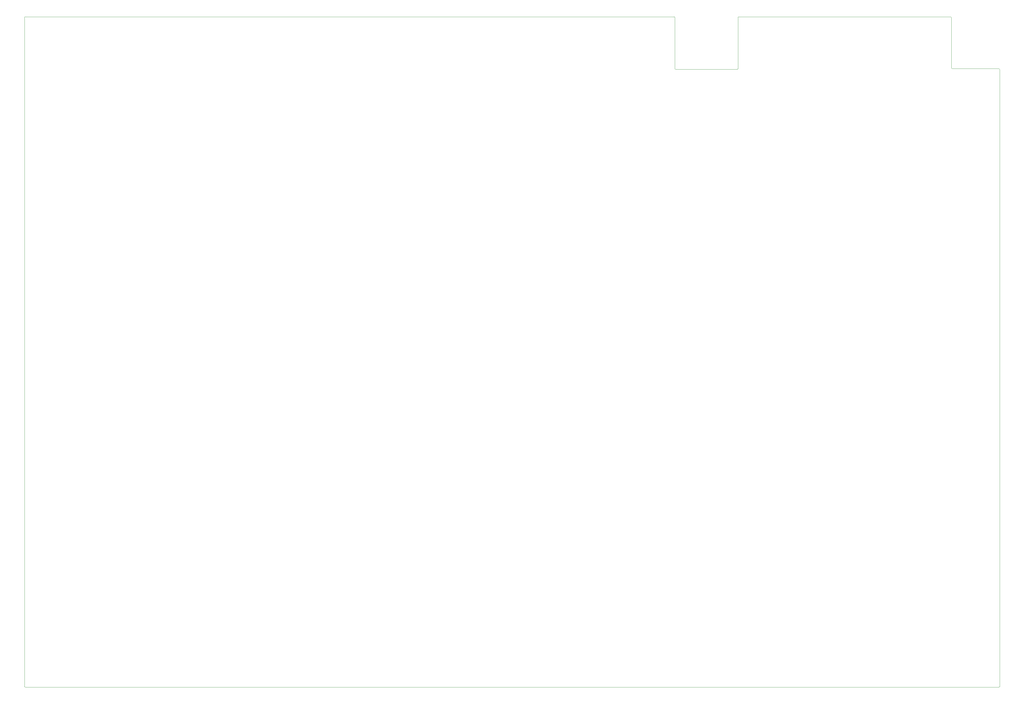
<source format=gbr>
%TF.GenerationSoftware,KiCad,Pcbnew,(5.1.5)-3*%
%TF.CreationDate,2021-01-24T13:48:15-06:00*%
%TF.ProjectId,dragon64,64726167-6f6e-4363-942e-6b696361645f,rev?*%
%TF.SameCoordinates,Original*%
%TF.FileFunction,Profile,NP*%
%FSLAX46Y46*%
G04 Gerber Fmt 4.6, Leading zero omitted, Abs format (unit mm)*
G04 Created by KiCad (PCBNEW (5.1.5)-3) date 2021-01-24 13:48:15*
%MOMM*%
%LPD*%
G04 APERTURE LIST*
%TA.AperFunction,Profile*%
%ADD10C,0.050000*%
%TD*%
G04 APERTURE END LIST*
D10*
X222474000Y11922000D02*
X243496000Y11922000D01*
X243750000Y12176000D02*
G75*
G02X243496000Y11922000I-254000J0D01*
G01*
X222474000Y11922000D02*
G75*
G02X222220000Y12176000I0J254000D01*
G01*
X243750000Y29614000D02*
G75*
G02X244004000Y29868000I254000J0D01*
G01*
X243750000Y29614000D02*
X243750000Y12176000D01*
X244004000Y29868000D02*
X316440000Y29868000D01*
X222220000Y29640000D02*
X222220000Y12176000D01*
X221970000Y29896072D02*
G75*
G02X222220000Y29640000I0J-250072D01*
G01*
X332858000Y12176000D02*
G75*
G02X333154000Y11877993I0J-296007D01*
G01*
X316948000Y12176000D02*
G75*
G02X316694000Y12430000I0J254000D01*
G01*
X316948000Y12176000D02*
X332858000Y12176000D01*
X316694000Y29614000D02*
X316694000Y12430000D01*
X332100000Y-199400000D02*
X332950000Y-199400000D01*
X333150000Y-199200000D02*
X333154000Y-199100000D01*
X333154000Y-194500000D02*
X333154000Y-199100000D01*
X252700000Y-199400000D02*
X332100000Y-199400000D01*
X333154000Y11877993D02*
X333154000Y-194500000D01*
X0Y29646000D02*
X0Y346000D01*
X0Y-254000D02*
X0Y346000D01*
X316440000Y29868000D02*
G75*
G02X316694000Y29614000I0J-254000D01*
G01*
X0Y29646000D02*
G75*
G02X254000Y29900000I254000J0D01*
G01*
X254000Y-199390000D02*
G75*
G02X0Y-199136000I0J254000D01*
G01*
X333150000Y-199200000D02*
G75*
G02X332950000Y-199400000I-200000J0D01*
G01*
X252700000Y-199400000D02*
X254000Y-199390000D01*
X0Y-199136000D02*
X0Y-254000D01*
X254000Y29900000D02*
X221970000Y29896072D01*
M02*

</source>
